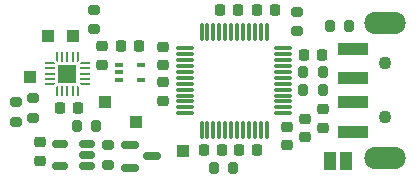
<source format=gbr>
%TF.GenerationSoftware,KiCad,Pcbnew,(6.0.8)*%
%TF.CreationDate,2022-10-18T11:45:22-07:00*%
%TF.ProjectId,ovrdrive,6f767264-7269-4766-952e-6b696361645f,rev?*%
%TF.SameCoordinates,Original*%
%TF.FileFunction,Soldermask,Top*%
%TF.FilePolarity,Negative*%
%FSLAX46Y46*%
G04 Gerber Fmt 4.6, Leading zero omitted, Abs format (unit mm)*
G04 Created by KiCad (PCBNEW (6.0.8)) date 2022-10-18 11:45:22*
%MOMM*%
%LPD*%
G01*
G04 APERTURE LIST*
G04 Aperture macros list*
%AMRoundRect*
0 Rectangle with rounded corners*
0 $1 Rounding radius*
0 $2 $3 $4 $5 $6 $7 $8 $9 X,Y pos of 4 corners*
0 Add a 4 corners polygon primitive as box body*
4,1,4,$2,$3,$4,$5,$6,$7,$8,$9,$2,$3,0*
0 Add four circle primitives for the rounded corners*
1,1,$1+$1,$2,$3*
1,1,$1+$1,$4,$5*
1,1,$1+$1,$6,$7*
1,1,$1+$1,$8,$9*
0 Add four rect primitives between the rounded corners*
20,1,$1+$1,$2,$3,$4,$5,0*
20,1,$1+$1,$4,$5,$6,$7,0*
20,1,$1+$1,$6,$7,$8,$9,0*
20,1,$1+$1,$8,$9,$2,$3,0*%
%AMFreePoly0*
4,1,14,0.289644,0.110355,0.410355,-0.010356,0.425000,-0.045711,0.425000,-0.075000,0.410355,-0.110355,0.375000,-0.125000,-0.375000,-0.125000,-0.410355,-0.110355,-0.425000,-0.075000,-0.425000,0.075000,-0.410355,0.110355,-0.375000,0.125000,0.254289,0.125000,0.289644,0.110355,0.289644,0.110355,$1*%
%AMFreePoly1*
4,1,14,0.410355,0.110355,0.425000,0.075000,0.425000,0.045711,0.410355,0.010356,0.289644,-0.110355,0.254289,-0.125000,-0.375000,-0.125000,-0.410355,-0.110355,-0.425000,-0.075000,-0.425000,0.075000,-0.410355,0.110355,-0.375000,0.125000,0.375000,0.125000,0.410355,0.110355,0.410355,0.110355,$1*%
%AMFreePoly2*
4,1,14,0.110355,0.410355,0.125000,0.375000,0.125000,-0.375000,0.110355,-0.410355,0.075000,-0.425000,-0.075000,-0.425000,-0.110355,-0.410355,-0.125000,-0.375000,-0.125000,0.254289,-0.110355,0.289644,0.010356,0.410355,0.045711,0.425000,0.075000,0.425000,0.110355,0.410355,0.110355,0.410355,$1*%
%AMFreePoly3*
4,1,14,-0.010356,0.410355,0.110355,0.289644,0.125000,0.254289,0.125000,-0.375000,0.110355,-0.410355,0.075000,-0.425000,-0.075000,-0.425000,-0.110355,-0.410355,-0.125000,-0.375000,-0.125000,0.375000,-0.110355,0.410355,-0.075000,0.425000,-0.045711,0.425000,-0.010356,0.410355,-0.010356,0.410355,$1*%
%AMFreePoly4*
4,1,14,0.410355,0.110355,0.425000,0.075000,0.425000,-0.075000,0.410355,-0.110355,0.375000,-0.125000,-0.254289,-0.125000,-0.289644,-0.110355,-0.410355,0.010356,-0.425000,0.045711,-0.425000,0.075000,-0.410355,0.110355,-0.375000,0.125000,0.375000,0.125000,0.410355,0.110355,0.410355,0.110355,$1*%
%AMFreePoly5*
4,1,14,0.410355,0.110355,0.425000,0.075000,0.425000,-0.075000,0.410355,-0.110355,0.375000,-0.125000,-0.375000,-0.125000,-0.410355,-0.110355,-0.425000,-0.075000,-0.425000,-0.045711,-0.410355,-0.010356,-0.289644,0.110355,-0.254289,0.125000,0.375000,0.125000,0.410355,0.110355,0.410355,0.110355,$1*%
%AMFreePoly6*
4,1,14,0.110355,0.410355,0.125000,0.375000,0.125000,-0.254289,0.110355,-0.289644,-0.010356,-0.410355,-0.045711,-0.425000,-0.075000,-0.425000,-0.110355,-0.410355,-0.125000,-0.375000,-0.125000,0.375000,-0.110355,0.410355,-0.075000,0.425000,0.075000,0.425000,0.110355,0.410355,0.110355,0.410355,$1*%
%AMFreePoly7*
4,1,14,0.110355,0.410355,0.125000,0.375000,0.125000,-0.375000,0.110355,-0.410355,0.075000,-0.425000,0.045711,-0.425000,0.010356,-0.410355,-0.110355,-0.289644,-0.125000,-0.254289,-0.125000,0.375000,-0.110355,0.410355,-0.075000,0.425000,0.075000,0.425000,0.110355,0.410355,0.110355,0.410355,$1*%
G04 Aperture macros list end*
%ADD10RoundRect,0.218750X-0.256250X0.218750X-0.256250X-0.218750X0.256250X-0.218750X0.256250X0.218750X0*%
%ADD11RoundRect,0.225000X0.225000X0.250000X-0.225000X0.250000X-0.225000X-0.250000X0.225000X-0.250000X0*%
%ADD12R,1.000000X1.000000*%
%ADD13RoundRect,0.225000X-0.225000X-0.250000X0.225000X-0.250000X0.225000X0.250000X-0.225000X0.250000X0*%
%ADD14RoundRect,0.200000X0.200000X0.275000X-0.200000X0.275000X-0.200000X-0.275000X0.200000X-0.275000X0*%
%ADD15RoundRect,0.150000X-0.587500X-0.150000X0.587500X-0.150000X0.587500X0.150000X-0.587500X0.150000X0*%
%ADD16RoundRect,0.225000X0.250000X-0.225000X0.250000X0.225000X-0.250000X0.225000X-0.250000X-0.225000X0*%
%ADD17RoundRect,0.225000X-0.250000X0.225000X-0.250000X-0.225000X0.250000X-0.225000X0.250000X0.225000X0*%
%ADD18RoundRect,0.200000X0.275000X-0.200000X0.275000X0.200000X-0.275000X0.200000X-0.275000X-0.200000X0*%
%ADD19RoundRect,0.150000X0.512500X0.150000X-0.512500X0.150000X-0.512500X-0.150000X0.512500X-0.150000X0*%
%ADD20C,1.100000*%
%ADD21R,2.500000X1.100000*%
%ADD22O,3.500000X1.900000*%
%ADD23R,0.650000X0.400000*%
%ADD24R,1.000000X1.500000*%
%ADD25RoundRect,0.200000X-0.275000X0.200000X-0.275000X-0.200000X0.275000X-0.200000X0.275000X0.200000X0*%
%ADD26RoundRect,0.200000X-0.200000X-0.275000X0.200000X-0.275000X0.200000X0.275000X-0.200000X0.275000X0*%
%ADD27FreePoly0,0.000000*%
%ADD28RoundRect,0.062500X-0.362500X-0.062500X0.362500X-0.062500X0.362500X0.062500X-0.362500X0.062500X0*%
%ADD29FreePoly1,0.000000*%
%ADD30FreePoly2,0.000000*%
%ADD31RoundRect,0.062500X-0.062500X-0.362500X0.062500X-0.362500X0.062500X0.362500X-0.062500X0.362500X0*%
%ADD32FreePoly3,0.000000*%
%ADD33FreePoly4,0.000000*%
%ADD34FreePoly5,0.000000*%
%ADD35FreePoly6,0.000000*%
%ADD36FreePoly7,0.000000*%
%ADD37R,1.600000X1.600000*%
%ADD38RoundRect,0.075000X-0.075000X0.662500X-0.075000X-0.662500X0.075000X-0.662500X0.075000X0.662500X0*%
%ADD39RoundRect,0.075000X-0.662500X0.075000X-0.662500X-0.075000X0.662500X-0.075000X0.662500X0.075000X0*%
G04 APERTURE END LIST*
D10*
%TO.C,D1*%
X118150000Y-102037500D03*
X118150000Y-100462500D03*
%TD*%
D11*
%TO.C,C17*%
X129675000Y-97400000D03*
X128125000Y-97400000D03*
%TD*%
D12*
%TO.C,TP2*%
X113550000Y-99600000D03*
%TD*%
D13*
%TO.C,C7*%
X131225000Y-97400000D03*
X132775000Y-97400000D03*
%TD*%
D11*
%TO.C,C18*%
X121275000Y-100500000D03*
X119725000Y-100500000D03*
%TD*%
D14*
%TO.C,R4*%
X136825000Y-102700000D03*
X135175000Y-102700000D03*
%TD*%
D15*
%TO.C,U6*%
X120462500Y-108850000D03*
X120462500Y-110750000D03*
X122337500Y-109800000D03*
%TD*%
D16*
%TO.C,C15*%
X112900000Y-110175000D03*
X112900000Y-108625000D03*
%TD*%
D14*
%TO.C,R5*%
X139050000Y-98800000D03*
X137400000Y-98800000D03*
%TD*%
D17*
%TO.C,C6*%
X135300000Y-106625000D03*
X135300000Y-108175000D03*
%TD*%
D18*
%TO.C,R7*%
X112300000Y-106525000D03*
X112300000Y-104875000D03*
%TD*%
D19*
%TO.C,U5*%
X116837500Y-110650000D03*
X116837500Y-109700000D03*
X116837500Y-108750000D03*
X114562500Y-108750000D03*
X114562500Y-110650000D03*
%TD*%
D20*
%TO.C,J1*%
X142100000Y-106500000D03*
X142100000Y-101900000D03*
D21*
X139350000Y-100700000D03*
X139350000Y-103200000D03*
X139350000Y-105200000D03*
X139350000Y-107700000D03*
D22*
X142100000Y-98500000D03*
X142100000Y-109900000D03*
%TD*%
D17*
%TO.C,C10*%
X123300000Y-103525000D03*
X123300000Y-105075000D03*
%TD*%
D23*
%TO.C,U4*%
X121450000Y-102050000D03*
X121450000Y-103350000D03*
X119550000Y-103350000D03*
X119550000Y-102700000D03*
X119550000Y-102050000D03*
%TD*%
D11*
%TO.C,C8*%
X128275000Y-109300000D03*
X126725000Y-109300000D03*
%TD*%
D17*
%TO.C,C9*%
X136800000Y-105825000D03*
X136800000Y-107375000D03*
%TD*%
D24*
%TO.C,JP2*%
X138750000Y-110200000D03*
X137450000Y-110200000D03*
%TD*%
D25*
%TO.C,R9*%
X117450000Y-97375000D03*
X117450000Y-99025000D03*
%TD*%
D14*
%TO.C,R3*%
X136825000Y-104200000D03*
X135175000Y-104200000D03*
%TD*%
D25*
%TO.C,R10*%
X134600000Y-97575000D03*
X134600000Y-99225000D03*
%TD*%
D26*
%TO.C,R1*%
X115975000Y-107200000D03*
X117625000Y-107200000D03*
%TD*%
D11*
%TO.C,C4*%
X116075000Y-105700000D03*
X114525000Y-105700000D03*
%TD*%
D13*
%TO.C,C12*%
X131275000Y-109300000D03*
X129725000Y-109300000D03*
%TD*%
D27*
%TO.C,U3*%
X113750000Y-101900000D03*
D28*
X113750000Y-102350000D03*
X113750000Y-102800000D03*
X113750000Y-103250000D03*
D29*
X113750000Y-103700000D03*
D30*
X114300000Y-104250000D03*
D31*
X114750000Y-104250000D03*
X115200000Y-104250000D03*
X115650000Y-104250000D03*
D32*
X116100000Y-104250000D03*
D33*
X116650000Y-103700000D03*
D28*
X116650000Y-103250000D03*
X116650000Y-102800000D03*
X116650000Y-102350000D03*
D34*
X116650000Y-101900000D03*
D35*
X116100000Y-101350000D03*
D31*
X115650000Y-101350000D03*
X115200000Y-101350000D03*
X114750000Y-101350000D03*
D36*
X114300000Y-101350000D03*
D37*
X115200000Y-102800000D03*
%TD*%
D12*
%TO.C,TP1*%
X121000000Y-106900000D03*
%TD*%
%TO.C,TP6*%
X124950000Y-109350000D03*
%TD*%
%TO.C,TP5*%
X118400000Y-105200000D03*
%TD*%
%TO.C,TP4*%
X112000000Y-103100000D03*
%TD*%
D25*
%TO.C,R2*%
X118600000Y-108875000D03*
X118600000Y-110525000D03*
%TD*%
D17*
%TO.C,C5*%
X133800000Y-107325000D03*
X133800000Y-108875000D03*
%TD*%
D16*
%TO.C,C11*%
X123300000Y-102075000D03*
X123300000Y-100525000D03*
%TD*%
D13*
%TO.C,C13*%
X135225000Y-101200000D03*
X136775000Y-101200000D03*
%TD*%
D14*
%TO.C,R6*%
X129225000Y-110800000D03*
X127575000Y-110800000D03*
%TD*%
D12*
%TO.C,TP3*%
X115650000Y-99600000D03*
%TD*%
D25*
%TO.C,R8*%
X110800000Y-105225000D03*
X110800000Y-106875000D03*
%TD*%
D38*
%TO.C,U1*%
X132050000Y-99237500D03*
X131550000Y-99237500D03*
X131050000Y-99237500D03*
X130550000Y-99237500D03*
X130050000Y-99237500D03*
X129550000Y-99237500D03*
X129050000Y-99237500D03*
X128550000Y-99237500D03*
X128050000Y-99237500D03*
X127550000Y-99237500D03*
X127050000Y-99237500D03*
X126550000Y-99237500D03*
D39*
X125137500Y-100650000D03*
X125137500Y-101150000D03*
X125137500Y-101650000D03*
X125137500Y-102150000D03*
X125137500Y-102650000D03*
X125137500Y-103150000D03*
X125137500Y-103650000D03*
X125137500Y-104150000D03*
X125137500Y-104650000D03*
X125137500Y-105150000D03*
X125137500Y-105650000D03*
X125137500Y-106150000D03*
D38*
X126550000Y-107562500D03*
X127050000Y-107562500D03*
X127550000Y-107562500D03*
X128050000Y-107562500D03*
X128550000Y-107562500D03*
X129050000Y-107562500D03*
X129550000Y-107562500D03*
X130050000Y-107562500D03*
X130550000Y-107562500D03*
X131050000Y-107562500D03*
X131550000Y-107562500D03*
X132050000Y-107562500D03*
D39*
X133462500Y-106150000D03*
X133462500Y-105650000D03*
X133462500Y-105150000D03*
X133462500Y-104650000D03*
X133462500Y-104150000D03*
X133462500Y-103650000D03*
X133462500Y-103150000D03*
X133462500Y-102650000D03*
X133462500Y-102150000D03*
X133462500Y-101650000D03*
X133462500Y-101150000D03*
X133462500Y-100650000D03*
%TD*%
M02*

</source>
